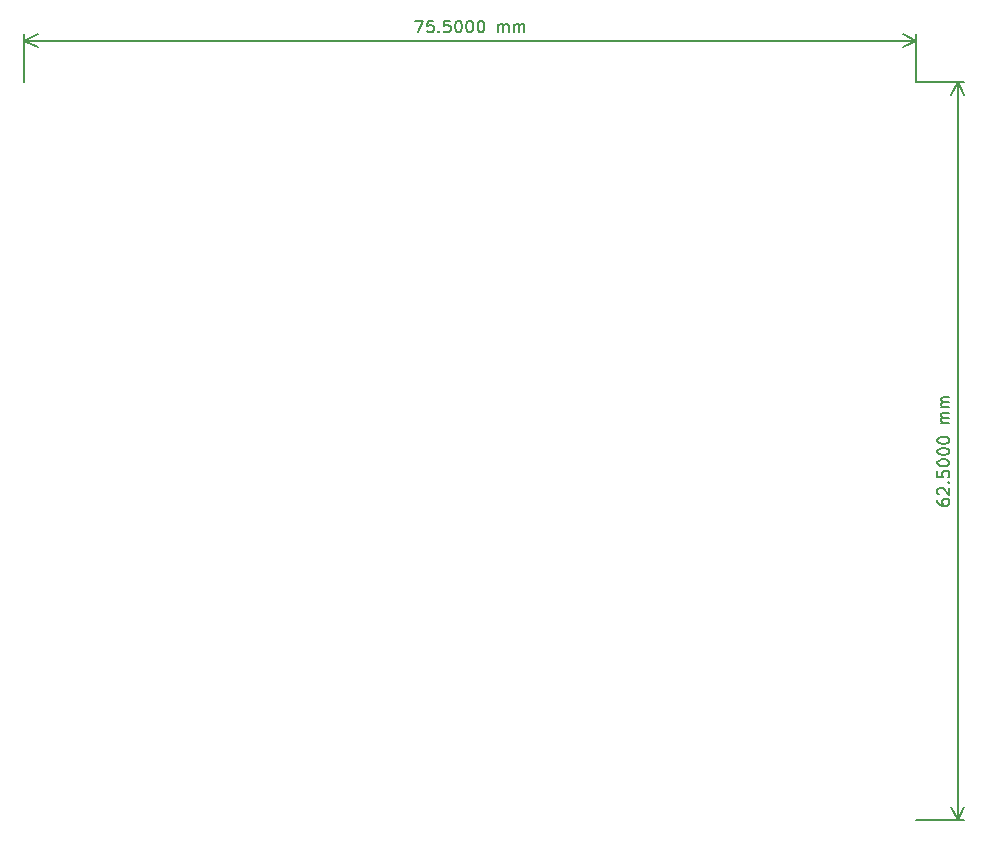
<source format=gbr>
%TF.GenerationSoftware,KiCad,Pcbnew,7.0.7*%
%TF.CreationDate,2023-09-03T16:08:26-07:00*%
%TF.ProjectId,headphone_dac,68656164-7068-46f6-9e65-5f6461632e6b,rev?*%
%TF.SameCoordinates,Original*%
%TF.FileFunction,OtherDrawing,Comment*%
%FSLAX46Y46*%
G04 Gerber Fmt 4.6, Leading zero omitted, Abs format (unit mm)*
G04 Created by KiCad (PCBNEW 7.0.7) date 2023-09-03 16:08:26*
%MOMM*%
%LPD*%
G01*
G04 APERTURE LIST*
%ADD10C,0.150000*%
G04 APERTURE END LIST*
D10*
X165804819Y-127892856D02*
X165804819Y-128083332D01*
X165804819Y-128083332D02*
X165852438Y-128178570D01*
X165852438Y-128178570D02*
X165900057Y-128226189D01*
X165900057Y-128226189D02*
X166042914Y-128321427D01*
X166042914Y-128321427D02*
X166233390Y-128369046D01*
X166233390Y-128369046D02*
X166614342Y-128369046D01*
X166614342Y-128369046D02*
X166709580Y-128321427D01*
X166709580Y-128321427D02*
X166757200Y-128273808D01*
X166757200Y-128273808D02*
X166804819Y-128178570D01*
X166804819Y-128178570D02*
X166804819Y-127988094D01*
X166804819Y-127988094D02*
X166757200Y-127892856D01*
X166757200Y-127892856D02*
X166709580Y-127845237D01*
X166709580Y-127845237D02*
X166614342Y-127797618D01*
X166614342Y-127797618D02*
X166376247Y-127797618D01*
X166376247Y-127797618D02*
X166281009Y-127845237D01*
X166281009Y-127845237D02*
X166233390Y-127892856D01*
X166233390Y-127892856D02*
X166185771Y-127988094D01*
X166185771Y-127988094D02*
X166185771Y-128178570D01*
X166185771Y-128178570D02*
X166233390Y-128273808D01*
X166233390Y-128273808D02*
X166281009Y-128321427D01*
X166281009Y-128321427D02*
X166376247Y-128369046D01*
X165900057Y-127416665D02*
X165852438Y-127369046D01*
X165852438Y-127369046D02*
X165804819Y-127273808D01*
X165804819Y-127273808D02*
X165804819Y-127035713D01*
X165804819Y-127035713D02*
X165852438Y-126940475D01*
X165852438Y-126940475D02*
X165900057Y-126892856D01*
X165900057Y-126892856D02*
X165995295Y-126845237D01*
X165995295Y-126845237D02*
X166090533Y-126845237D01*
X166090533Y-126845237D02*
X166233390Y-126892856D01*
X166233390Y-126892856D02*
X166804819Y-127464284D01*
X166804819Y-127464284D02*
X166804819Y-126845237D01*
X166709580Y-126416665D02*
X166757200Y-126369046D01*
X166757200Y-126369046D02*
X166804819Y-126416665D01*
X166804819Y-126416665D02*
X166757200Y-126464284D01*
X166757200Y-126464284D02*
X166709580Y-126416665D01*
X166709580Y-126416665D02*
X166804819Y-126416665D01*
X165804819Y-125464285D02*
X165804819Y-125940475D01*
X165804819Y-125940475D02*
X166281009Y-125988094D01*
X166281009Y-125988094D02*
X166233390Y-125940475D01*
X166233390Y-125940475D02*
X166185771Y-125845237D01*
X166185771Y-125845237D02*
X166185771Y-125607142D01*
X166185771Y-125607142D02*
X166233390Y-125511904D01*
X166233390Y-125511904D02*
X166281009Y-125464285D01*
X166281009Y-125464285D02*
X166376247Y-125416666D01*
X166376247Y-125416666D02*
X166614342Y-125416666D01*
X166614342Y-125416666D02*
X166709580Y-125464285D01*
X166709580Y-125464285D02*
X166757200Y-125511904D01*
X166757200Y-125511904D02*
X166804819Y-125607142D01*
X166804819Y-125607142D02*
X166804819Y-125845237D01*
X166804819Y-125845237D02*
X166757200Y-125940475D01*
X166757200Y-125940475D02*
X166709580Y-125988094D01*
X165804819Y-124797618D02*
X165804819Y-124702380D01*
X165804819Y-124702380D02*
X165852438Y-124607142D01*
X165852438Y-124607142D02*
X165900057Y-124559523D01*
X165900057Y-124559523D02*
X165995295Y-124511904D01*
X165995295Y-124511904D02*
X166185771Y-124464285D01*
X166185771Y-124464285D02*
X166423866Y-124464285D01*
X166423866Y-124464285D02*
X166614342Y-124511904D01*
X166614342Y-124511904D02*
X166709580Y-124559523D01*
X166709580Y-124559523D02*
X166757200Y-124607142D01*
X166757200Y-124607142D02*
X166804819Y-124702380D01*
X166804819Y-124702380D02*
X166804819Y-124797618D01*
X166804819Y-124797618D02*
X166757200Y-124892856D01*
X166757200Y-124892856D02*
X166709580Y-124940475D01*
X166709580Y-124940475D02*
X166614342Y-124988094D01*
X166614342Y-124988094D02*
X166423866Y-125035713D01*
X166423866Y-125035713D02*
X166185771Y-125035713D01*
X166185771Y-125035713D02*
X165995295Y-124988094D01*
X165995295Y-124988094D02*
X165900057Y-124940475D01*
X165900057Y-124940475D02*
X165852438Y-124892856D01*
X165852438Y-124892856D02*
X165804819Y-124797618D01*
X165804819Y-123845237D02*
X165804819Y-123749999D01*
X165804819Y-123749999D02*
X165852438Y-123654761D01*
X165852438Y-123654761D02*
X165900057Y-123607142D01*
X165900057Y-123607142D02*
X165995295Y-123559523D01*
X165995295Y-123559523D02*
X166185771Y-123511904D01*
X166185771Y-123511904D02*
X166423866Y-123511904D01*
X166423866Y-123511904D02*
X166614342Y-123559523D01*
X166614342Y-123559523D02*
X166709580Y-123607142D01*
X166709580Y-123607142D02*
X166757200Y-123654761D01*
X166757200Y-123654761D02*
X166804819Y-123749999D01*
X166804819Y-123749999D02*
X166804819Y-123845237D01*
X166804819Y-123845237D02*
X166757200Y-123940475D01*
X166757200Y-123940475D02*
X166709580Y-123988094D01*
X166709580Y-123988094D02*
X166614342Y-124035713D01*
X166614342Y-124035713D02*
X166423866Y-124083332D01*
X166423866Y-124083332D02*
X166185771Y-124083332D01*
X166185771Y-124083332D02*
X165995295Y-124035713D01*
X165995295Y-124035713D02*
X165900057Y-123988094D01*
X165900057Y-123988094D02*
X165852438Y-123940475D01*
X165852438Y-123940475D02*
X165804819Y-123845237D01*
X165804819Y-122892856D02*
X165804819Y-122797618D01*
X165804819Y-122797618D02*
X165852438Y-122702380D01*
X165852438Y-122702380D02*
X165900057Y-122654761D01*
X165900057Y-122654761D02*
X165995295Y-122607142D01*
X165995295Y-122607142D02*
X166185771Y-122559523D01*
X166185771Y-122559523D02*
X166423866Y-122559523D01*
X166423866Y-122559523D02*
X166614342Y-122607142D01*
X166614342Y-122607142D02*
X166709580Y-122654761D01*
X166709580Y-122654761D02*
X166757200Y-122702380D01*
X166757200Y-122702380D02*
X166804819Y-122797618D01*
X166804819Y-122797618D02*
X166804819Y-122892856D01*
X166804819Y-122892856D02*
X166757200Y-122988094D01*
X166757200Y-122988094D02*
X166709580Y-123035713D01*
X166709580Y-123035713D02*
X166614342Y-123083332D01*
X166614342Y-123083332D02*
X166423866Y-123130951D01*
X166423866Y-123130951D02*
X166185771Y-123130951D01*
X166185771Y-123130951D02*
X165995295Y-123083332D01*
X165995295Y-123083332D02*
X165900057Y-123035713D01*
X165900057Y-123035713D02*
X165852438Y-122988094D01*
X165852438Y-122988094D02*
X165804819Y-122892856D01*
X166804819Y-121369046D02*
X166138152Y-121369046D01*
X166233390Y-121369046D02*
X166185771Y-121321427D01*
X166185771Y-121321427D02*
X166138152Y-121226189D01*
X166138152Y-121226189D02*
X166138152Y-121083332D01*
X166138152Y-121083332D02*
X166185771Y-120988094D01*
X166185771Y-120988094D02*
X166281009Y-120940475D01*
X166281009Y-120940475D02*
X166804819Y-120940475D01*
X166281009Y-120940475D02*
X166185771Y-120892856D01*
X166185771Y-120892856D02*
X166138152Y-120797618D01*
X166138152Y-120797618D02*
X166138152Y-120654761D01*
X166138152Y-120654761D02*
X166185771Y-120559522D01*
X166185771Y-120559522D02*
X166281009Y-120511903D01*
X166281009Y-120511903D02*
X166804819Y-120511903D01*
X166804819Y-120035713D02*
X166138152Y-120035713D01*
X166233390Y-120035713D02*
X166185771Y-119988094D01*
X166185771Y-119988094D02*
X166138152Y-119892856D01*
X166138152Y-119892856D02*
X166138152Y-119749999D01*
X166138152Y-119749999D02*
X166185771Y-119654761D01*
X166185771Y-119654761D02*
X166281009Y-119607142D01*
X166281009Y-119607142D02*
X166804819Y-119607142D01*
X166281009Y-119607142D02*
X166185771Y-119559523D01*
X166185771Y-119559523D02*
X166138152Y-119464285D01*
X166138152Y-119464285D02*
X166138152Y-119321428D01*
X166138152Y-119321428D02*
X166185771Y-119226189D01*
X166185771Y-119226189D02*
X166281009Y-119178570D01*
X166281009Y-119178570D02*
X166804819Y-119178570D01*
X164000000Y-155000000D02*
X168086420Y-155000000D01*
X164000000Y-92500000D02*
X168086420Y-92500000D01*
X167500000Y-155000000D02*
X167500000Y-92500000D01*
X167500000Y-155000000D02*
X167500000Y-92500000D01*
X167500000Y-155000000D02*
X166913579Y-153873496D01*
X167500000Y-155000000D02*
X168086421Y-153873496D01*
X167500000Y-92500000D02*
X168086421Y-93626504D01*
X167500000Y-92500000D02*
X166913579Y-93626504D01*
X121583334Y-87304819D02*
X122250000Y-87304819D01*
X122250000Y-87304819D02*
X121821429Y-88304819D01*
X123107143Y-87304819D02*
X122630953Y-87304819D01*
X122630953Y-87304819D02*
X122583334Y-87781009D01*
X122583334Y-87781009D02*
X122630953Y-87733390D01*
X122630953Y-87733390D02*
X122726191Y-87685771D01*
X122726191Y-87685771D02*
X122964286Y-87685771D01*
X122964286Y-87685771D02*
X123059524Y-87733390D01*
X123059524Y-87733390D02*
X123107143Y-87781009D01*
X123107143Y-87781009D02*
X123154762Y-87876247D01*
X123154762Y-87876247D02*
X123154762Y-88114342D01*
X123154762Y-88114342D02*
X123107143Y-88209580D01*
X123107143Y-88209580D02*
X123059524Y-88257200D01*
X123059524Y-88257200D02*
X122964286Y-88304819D01*
X122964286Y-88304819D02*
X122726191Y-88304819D01*
X122726191Y-88304819D02*
X122630953Y-88257200D01*
X122630953Y-88257200D02*
X122583334Y-88209580D01*
X123583334Y-88209580D02*
X123630953Y-88257200D01*
X123630953Y-88257200D02*
X123583334Y-88304819D01*
X123583334Y-88304819D02*
X123535715Y-88257200D01*
X123535715Y-88257200D02*
X123583334Y-88209580D01*
X123583334Y-88209580D02*
X123583334Y-88304819D01*
X124535714Y-87304819D02*
X124059524Y-87304819D01*
X124059524Y-87304819D02*
X124011905Y-87781009D01*
X124011905Y-87781009D02*
X124059524Y-87733390D01*
X124059524Y-87733390D02*
X124154762Y-87685771D01*
X124154762Y-87685771D02*
X124392857Y-87685771D01*
X124392857Y-87685771D02*
X124488095Y-87733390D01*
X124488095Y-87733390D02*
X124535714Y-87781009D01*
X124535714Y-87781009D02*
X124583333Y-87876247D01*
X124583333Y-87876247D02*
X124583333Y-88114342D01*
X124583333Y-88114342D02*
X124535714Y-88209580D01*
X124535714Y-88209580D02*
X124488095Y-88257200D01*
X124488095Y-88257200D02*
X124392857Y-88304819D01*
X124392857Y-88304819D02*
X124154762Y-88304819D01*
X124154762Y-88304819D02*
X124059524Y-88257200D01*
X124059524Y-88257200D02*
X124011905Y-88209580D01*
X125202381Y-87304819D02*
X125297619Y-87304819D01*
X125297619Y-87304819D02*
X125392857Y-87352438D01*
X125392857Y-87352438D02*
X125440476Y-87400057D01*
X125440476Y-87400057D02*
X125488095Y-87495295D01*
X125488095Y-87495295D02*
X125535714Y-87685771D01*
X125535714Y-87685771D02*
X125535714Y-87923866D01*
X125535714Y-87923866D02*
X125488095Y-88114342D01*
X125488095Y-88114342D02*
X125440476Y-88209580D01*
X125440476Y-88209580D02*
X125392857Y-88257200D01*
X125392857Y-88257200D02*
X125297619Y-88304819D01*
X125297619Y-88304819D02*
X125202381Y-88304819D01*
X125202381Y-88304819D02*
X125107143Y-88257200D01*
X125107143Y-88257200D02*
X125059524Y-88209580D01*
X125059524Y-88209580D02*
X125011905Y-88114342D01*
X125011905Y-88114342D02*
X124964286Y-87923866D01*
X124964286Y-87923866D02*
X124964286Y-87685771D01*
X124964286Y-87685771D02*
X125011905Y-87495295D01*
X125011905Y-87495295D02*
X125059524Y-87400057D01*
X125059524Y-87400057D02*
X125107143Y-87352438D01*
X125107143Y-87352438D02*
X125202381Y-87304819D01*
X126154762Y-87304819D02*
X126250000Y-87304819D01*
X126250000Y-87304819D02*
X126345238Y-87352438D01*
X126345238Y-87352438D02*
X126392857Y-87400057D01*
X126392857Y-87400057D02*
X126440476Y-87495295D01*
X126440476Y-87495295D02*
X126488095Y-87685771D01*
X126488095Y-87685771D02*
X126488095Y-87923866D01*
X126488095Y-87923866D02*
X126440476Y-88114342D01*
X126440476Y-88114342D02*
X126392857Y-88209580D01*
X126392857Y-88209580D02*
X126345238Y-88257200D01*
X126345238Y-88257200D02*
X126250000Y-88304819D01*
X126250000Y-88304819D02*
X126154762Y-88304819D01*
X126154762Y-88304819D02*
X126059524Y-88257200D01*
X126059524Y-88257200D02*
X126011905Y-88209580D01*
X126011905Y-88209580D02*
X125964286Y-88114342D01*
X125964286Y-88114342D02*
X125916667Y-87923866D01*
X125916667Y-87923866D02*
X125916667Y-87685771D01*
X125916667Y-87685771D02*
X125964286Y-87495295D01*
X125964286Y-87495295D02*
X126011905Y-87400057D01*
X126011905Y-87400057D02*
X126059524Y-87352438D01*
X126059524Y-87352438D02*
X126154762Y-87304819D01*
X127107143Y-87304819D02*
X127202381Y-87304819D01*
X127202381Y-87304819D02*
X127297619Y-87352438D01*
X127297619Y-87352438D02*
X127345238Y-87400057D01*
X127345238Y-87400057D02*
X127392857Y-87495295D01*
X127392857Y-87495295D02*
X127440476Y-87685771D01*
X127440476Y-87685771D02*
X127440476Y-87923866D01*
X127440476Y-87923866D02*
X127392857Y-88114342D01*
X127392857Y-88114342D02*
X127345238Y-88209580D01*
X127345238Y-88209580D02*
X127297619Y-88257200D01*
X127297619Y-88257200D02*
X127202381Y-88304819D01*
X127202381Y-88304819D02*
X127107143Y-88304819D01*
X127107143Y-88304819D02*
X127011905Y-88257200D01*
X127011905Y-88257200D02*
X126964286Y-88209580D01*
X126964286Y-88209580D02*
X126916667Y-88114342D01*
X126916667Y-88114342D02*
X126869048Y-87923866D01*
X126869048Y-87923866D02*
X126869048Y-87685771D01*
X126869048Y-87685771D02*
X126916667Y-87495295D01*
X126916667Y-87495295D02*
X126964286Y-87400057D01*
X126964286Y-87400057D02*
X127011905Y-87352438D01*
X127011905Y-87352438D02*
X127107143Y-87304819D01*
X128630953Y-88304819D02*
X128630953Y-87638152D01*
X128630953Y-87733390D02*
X128678572Y-87685771D01*
X128678572Y-87685771D02*
X128773810Y-87638152D01*
X128773810Y-87638152D02*
X128916667Y-87638152D01*
X128916667Y-87638152D02*
X129011905Y-87685771D01*
X129011905Y-87685771D02*
X129059524Y-87781009D01*
X129059524Y-87781009D02*
X129059524Y-88304819D01*
X129059524Y-87781009D02*
X129107143Y-87685771D01*
X129107143Y-87685771D02*
X129202381Y-87638152D01*
X129202381Y-87638152D02*
X129345238Y-87638152D01*
X129345238Y-87638152D02*
X129440477Y-87685771D01*
X129440477Y-87685771D02*
X129488096Y-87781009D01*
X129488096Y-87781009D02*
X129488096Y-88304819D01*
X129964286Y-88304819D02*
X129964286Y-87638152D01*
X129964286Y-87733390D02*
X130011905Y-87685771D01*
X130011905Y-87685771D02*
X130107143Y-87638152D01*
X130107143Y-87638152D02*
X130250000Y-87638152D01*
X130250000Y-87638152D02*
X130345238Y-87685771D01*
X130345238Y-87685771D02*
X130392857Y-87781009D01*
X130392857Y-87781009D02*
X130392857Y-88304819D01*
X130392857Y-87781009D02*
X130440476Y-87685771D01*
X130440476Y-87685771D02*
X130535714Y-87638152D01*
X130535714Y-87638152D02*
X130678571Y-87638152D01*
X130678571Y-87638152D02*
X130773810Y-87685771D01*
X130773810Y-87685771D02*
X130821429Y-87781009D01*
X130821429Y-87781009D02*
X130821429Y-88304819D01*
X164000000Y-92500000D02*
X164000000Y-88413580D01*
X88500000Y-92500000D02*
X88500000Y-88413580D01*
X164000000Y-89000000D02*
X88500000Y-89000000D01*
X164000000Y-89000000D02*
X88500000Y-89000000D01*
X164000000Y-89000000D02*
X162873496Y-89586421D01*
X164000000Y-89000000D02*
X162873496Y-88413579D01*
X88500000Y-89000000D02*
X89626504Y-88413579D01*
X88500000Y-89000000D02*
X89626504Y-89586421D01*
M02*

</source>
